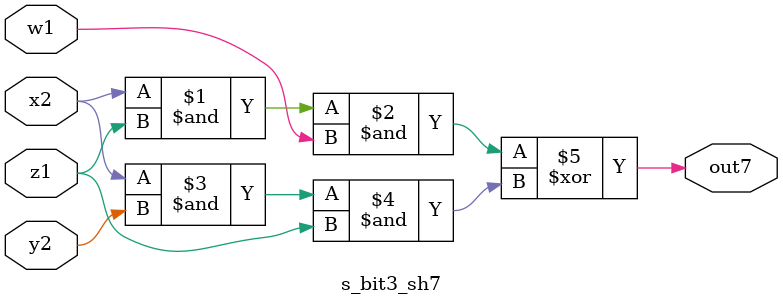
<source format=sv>

module s_bit3_sh7 (
  x2,
  y2,
  w1,
  z1,
  out7
);

    input wire x2;
    input wire y2;
    input wire w1;
    input wire z1;

    output wire out7;

    assign out7 = x2 & z1 & w1 ^ x2 & y2 & z1 ;

endmodule

</source>
